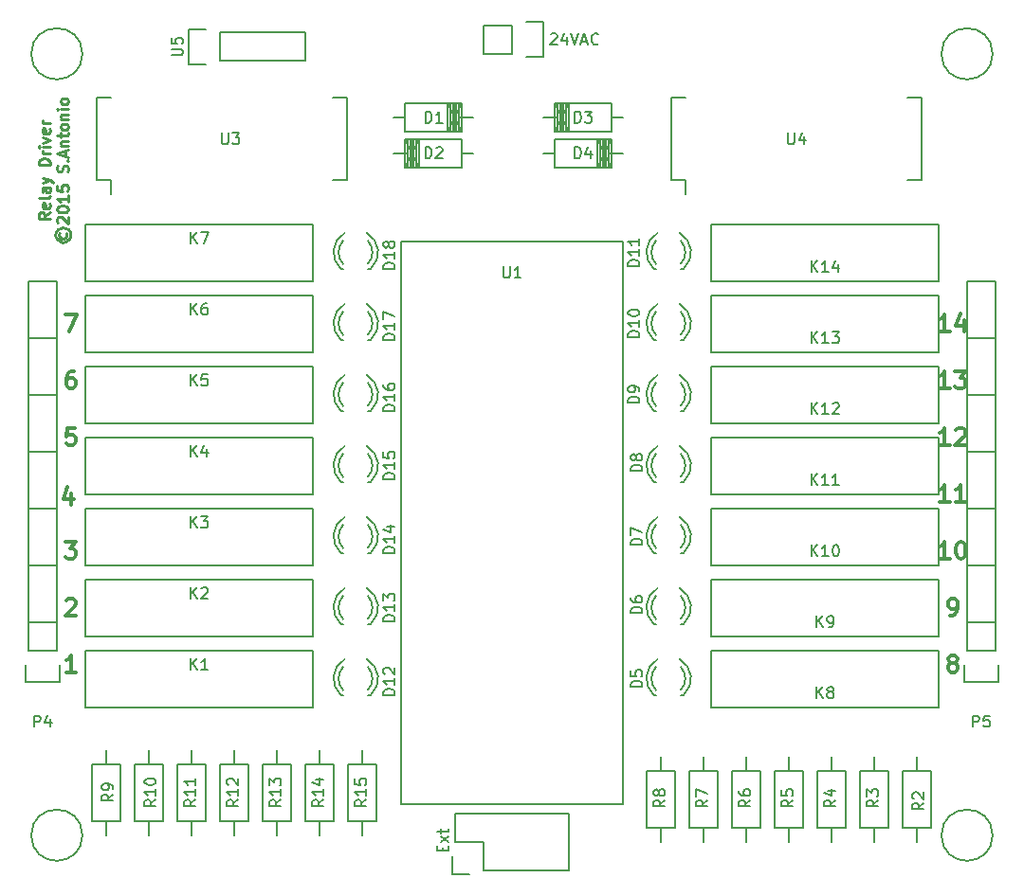
<source format=gbr>
G04 #@! TF.FileFunction,Legend,Top*
%FSLAX46Y46*%
G04 Gerber Fmt 4.6, Leading zero omitted, Abs format (unit mm)*
G04 Created by KiCad (PCBNEW (2015-10-05 BZR 6247)-product) date Sun 11 Oct 2015 07:31:11 PM AWST*
%MOMM*%
G01*
G04 APERTURE LIST*
%ADD10C,0.100000*%
%ADD11C,0.250000*%
%ADD12C,0.200000*%
%ADD13C,0.300000*%
%ADD14C,0.150000*%
G04 APERTURE END LIST*
D10*
D11*
X147963381Y-92915905D02*
X147487190Y-93249239D01*
X147963381Y-93487334D02*
X146963381Y-93487334D01*
X146963381Y-93106381D01*
X147011000Y-93011143D01*
X147058619Y-92963524D01*
X147153857Y-92915905D01*
X147296714Y-92915905D01*
X147391952Y-92963524D01*
X147439571Y-93011143D01*
X147487190Y-93106381D01*
X147487190Y-93487334D01*
X147915762Y-92106381D02*
X147963381Y-92201619D01*
X147963381Y-92392096D01*
X147915762Y-92487334D01*
X147820524Y-92534953D01*
X147439571Y-92534953D01*
X147344333Y-92487334D01*
X147296714Y-92392096D01*
X147296714Y-92201619D01*
X147344333Y-92106381D01*
X147439571Y-92058762D01*
X147534810Y-92058762D01*
X147630048Y-92534953D01*
X147963381Y-91487334D02*
X147915762Y-91582572D01*
X147820524Y-91630191D01*
X146963381Y-91630191D01*
X147963381Y-90677809D02*
X147439571Y-90677809D01*
X147344333Y-90725428D01*
X147296714Y-90820666D01*
X147296714Y-91011143D01*
X147344333Y-91106381D01*
X147915762Y-90677809D02*
X147963381Y-90773047D01*
X147963381Y-91011143D01*
X147915762Y-91106381D01*
X147820524Y-91154000D01*
X147725286Y-91154000D01*
X147630048Y-91106381D01*
X147582429Y-91011143D01*
X147582429Y-90773047D01*
X147534810Y-90677809D01*
X147296714Y-90296857D02*
X147963381Y-90058762D01*
X147296714Y-89820666D02*
X147963381Y-90058762D01*
X148201476Y-90154000D01*
X148249095Y-90201619D01*
X148296714Y-90296857D01*
X147963381Y-88677809D02*
X146963381Y-88677809D01*
X146963381Y-88439714D01*
X147011000Y-88296856D01*
X147106238Y-88201618D01*
X147201476Y-88153999D01*
X147391952Y-88106380D01*
X147534810Y-88106380D01*
X147725286Y-88153999D01*
X147820524Y-88201618D01*
X147915762Y-88296856D01*
X147963381Y-88439714D01*
X147963381Y-88677809D01*
X147963381Y-87677809D02*
X147296714Y-87677809D01*
X147487190Y-87677809D02*
X147391952Y-87630190D01*
X147344333Y-87582571D01*
X147296714Y-87487333D01*
X147296714Y-87392094D01*
X147963381Y-87058761D02*
X147296714Y-87058761D01*
X146963381Y-87058761D02*
X147011000Y-87106380D01*
X147058619Y-87058761D01*
X147011000Y-87011142D01*
X146963381Y-87058761D01*
X147058619Y-87058761D01*
X147296714Y-86677809D02*
X147963381Y-86439714D01*
X147296714Y-86201618D01*
X147915762Y-85439713D02*
X147963381Y-85534951D01*
X147963381Y-85725428D01*
X147915762Y-85820666D01*
X147820524Y-85868285D01*
X147439571Y-85868285D01*
X147344333Y-85820666D01*
X147296714Y-85725428D01*
X147296714Y-85534951D01*
X147344333Y-85439713D01*
X147439571Y-85392094D01*
X147534810Y-85392094D01*
X147630048Y-85868285D01*
X147963381Y-84963523D02*
X147296714Y-84963523D01*
X147487190Y-84963523D02*
X147391952Y-84915904D01*
X147344333Y-84868285D01*
X147296714Y-84773047D01*
X147296714Y-84677808D01*
X148851476Y-94725429D02*
X148803857Y-94820667D01*
X148803857Y-95011143D01*
X148851476Y-95106381D01*
X148946714Y-95201619D01*
X149041952Y-95249238D01*
X149232429Y-95249238D01*
X149327667Y-95201619D01*
X149422905Y-95106381D01*
X149470524Y-95011143D01*
X149470524Y-94820667D01*
X149422905Y-94725429D01*
X148470524Y-94915905D02*
X148518143Y-95154000D01*
X148661000Y-95392096D01*
X148899095Y-95534953D01*
X149137190Y-95582572D01*
X149375286Y-95534953D01*
X149613381Y-95392096D01*
X149756238Y-95154000D01*
X149803857Y-94915905D01*
X149756238Y-94677810D01*
X149613381Y-94439715D01*
X149375286Y-94296858D01*
X149137190Y-94249238D01*
X148899095Y-94296858D01*
X148661000Y-94439715D01*
X148518143Y-94677810D01*
X148470524Y-94915905D01*
X148708619Y-93868286D02*
X148661000Y-93820667D01*
X148613381Y-93725429D01*
X148613381Y-93487333D01*
X148661000Y-93392095D01*
X148708619Y-93344476D01*
X148803857Y-93296857D01*
X148899095Y-93296857D01*
X149041952Y-93344476D01*
X149613381Y-93915905D01*
X149613381Y-93296857D01*
X148613381Y-92677810D02*
X148613381Y-92582571D01*
X148661000Y-92487333D01*
X148708619Y-92439714D01*
X148803857Y-92392095D01*
X148994333Y-92344476D01*
X149232429Y-92344476D01*
X149422905Y-92392095D01*
X149518143Y-92439714D01*
X149565762Y-92487333D01*
X149613381Y-92582571D01*
X149613381Y-92677810D01*
X149565762Y-92773048D01*
X149518143Y-92820667D01*
X149422905Y-92868286D01*
X149232429Y-92915905D01*
X148994333Y-92915905D01*
X148803857Y-92868286D01*
X148708619Y-92820667D01*
X148661000Y-92773048D01*
X148613381Y-92677810D01*
X149613381Y-91392095D02*
X149613381Y-91963524D01*
X149613381Y-91677810D02*
X148613381Y-91677810D01*
X148756238Y-91773048D01*
X148851476Y-91868286D01*
X148899095Y-91963524D01*
X148613381Y-90487333D02*
X148613381Y-90963524D01*
X149089571Y-91011143D01*
X149041952Y-90963524D01*
X148994333Y-90868286D01*
X148994333Y-90630190D01*
X149041952Y-90534952D01*
X149089571Y-90487333D01*
X149184810Y-90439714D01*
X149422905Y-90439714D01*
X149518143Y-90487333D01*
X149565762Y-90534952D01*
X149613381Y-90630190D01*
X149613381Y-90868286D01*
X149565762Y-90963524D01*
X149518143Y-91011143D01*
X149565762Y-89296857D02*
X149613381Y-89154000D01*
X149613381Y-88915904D01*
X149565762Y-88820666D01*
X149518143Y-88773047D01*
X149422905Y-88725428D01*
X149327667Y-88725428D01*
X149232429Y-88773047D01*
X149184810Y-88820666D01*
X149137190Y-88915904D01*
X149089571Y-89106381D01*
X149041952Y-89201619D01*
X148994333Y-89249238D01*
X148899095Y-89296857D01*
X148803857Y-89296857D01*
X148708619Y-89249238D01*
X148661000Y-89201619D01*
X148613381Y-89106381D01*
X148613381Y-88868285D01*
X148661000Y-88725428D01*
X149518143Y-88296857D02*
X149565762Y-88249238D01*
X149613381Y-88296857D01*
X149565762Y-88344476D01*
X149518143Y-88296857D01*
X149613381Y-88296857D01*
X149327667Y-87868286D02*
X149327667Y-87392095D01*
X149613381Y-87963524D02*
X148613381Y-87630191D01*
X149613381Y-87296857D01*
X148946714Y-86963524D02*
X149613381Y-86963524D01*
X149041952Y-86963524D02*
X148994333Y-86915905D01*
X148946714Y-86820667D01*
X148946714Y-86677809D01*
X148994333Y-86582571D01*
X149089571Y-86534952D01*
X149613381Y-86534952D01*
X148946714Y-86201619D02*
X148946714Y-85820667D01*
X148613381Y-86058762D02*
X149470524Y-86058762D01*
X149565762Y-86011143D01*
X149613381Y-85915905D01*
X149613381Y-85820667D01*
X149613381Y-85344476D02*
X149565762Y-85439714D01*
X149518143Y-85487333D01*
X149422905Y-85534952D01*
X149137190Y-85534952D01*
X149041952Y-85487333D01*
X148994333Y-85439714D01*
X148946714Y-85344476D01*
X148946714Y-85201618D01*
X148994333Y-85106380D01*
X149041952Y-85058761D01*
X149137190Y-85011142D01*
X149422905Y-85011142D01*
X149518143Y-85058761D01*
X149565762Y-85106380D01*
X149613381Y-85201618D01*
X149613381Y-85344476D01*
X148946714Y-84582571D02*
X149613381Y-84582571D01*
X149041952Y-84582571D02*
X148994333Y-84534952D01*
X148946714Y-84439714D01*
X148946714Y-84296856D01*
X148994333Y-84201618D01*
X149089571Y-84153999D01*
X149613381Y-84153999D01*
X149613381Y-83677809D02*
X148946714Y-83677809D01*
X148613381Y-83677809D02*
X148661000Y-83725428D01*
X148708619Y-83677809D01*
X148661000Y-83630190D01*
X148613381Y-83677809D01*
X148708619Y-83677809D01*
X149613381Y-83058762D02*
X149565762Y-83154000D01*
X149518143Y-83201619D01*
X149422905Y-83249238D01*
X149137190Y-83249238D01*
X149041952Y-83201619D01*
X148994333Y-83154000D01*
X148946714Y-83058762D01*
X148946714Y-82915904D01*
X148994333Y-82820666D01*
X149041952Y-82773047D01*
X149137190Y-82725428D01*
X149422905Y-82725428D01*
X149518143Y-82773047D01*
X149565762Y-82820666D01*
X149613381Y-82915904D01*
X149613381Y-83058762D01*
D12*
X146050000Y-104140000D02*
X148590000Y-104140000D01*
X146050000Y-109220000D02*
X148590000Y-109220000D01*
X146050000Y-114300000D02*
X148590000Y-114300000D01*
X146050000Y-119380000D02*
X148590000Y-119380000D01*
X146050000Y-124460000D02*
X148590000Y-124460000D01*
X146050000Y-129540000D02*
X148590000Y-129540000D01*
X232410000Y-129540000D02*
X229870000Y-129540000D01*
X232410000Y-124460000D02*
X232410000Y-124714000D01*
X229870000Y-124460000D02*
X232410000Y-124460000D01*
X229870000Y-119380000D02*
X232410000Y-119380000D01*
X229870000Y-114300000D02*
X232410000Y-114300000D01*
X229870000Y-109220000D02*
X232410000Y-109220000D01*
X229870000Y-104140000D02*
X232410000Y-104140000D01*
D13*
X228314286Y-103548571D02*
X227457143Y-103548571D01*
X227885715Y-103548571D02*
X227885715Y-102048571D01*
X227742858Y-102262857D01*
X227600000Y-102405714D01*
X227457143Y-102477143D01*
X229600000Y-102548571D02*
X229600000Y-103548571D01*
X229242857Y-101977143D02*
X228885714Y-103048571D01*
X229814286Y-103048571D01*
X228314286Y-108628571D02*
X227457143Y-108628571D01*
X227885715Y-108628571D02*
X227885715Y-107128571D01*
X227742858Y-107342857D01*
X227600000Y-107485714D01*
X227457143Y-107557143D01*
X228814286Y-107128571D02*
X229742857Y-107128571D01*
X229242857Y-107700000D01*
X229457143Y-107700000D01*
X229600000Y-107771429D01*
X229671429Y-107842857D01*
X229742857Y-107985714D01*
X229742857Y-108342857D01*
X229671429Y-108485714D01*
X229600000Y-108557143D01*
X229457143Y-108628571D01*
X229028571Y-108628571D01*
X228885714Y-108557143D01*
X228814286Y-108485714D01*
X228314286Y-113708571D02*
X227457143Y-113708571D01*
X227885715Y-113708571D02*
X227885715Y-112208571D01*
X227742858Y-112422857D01*
X227600000Y-112565714D01*
X227457143Y-112637143D01*
X228885714Y-112351429D02*
X228957143Y-112280000D01*
X229100000Y-112208571D01*
X229457143Y-112208571D01*
X229600000Y-112280000D01*
X229671429Y-112351429D01*
X229742857Y-112494286D01*
X229742857Y-112637143D01*
X229671429Y-112851429D01*
X228814286Y-113708571D01*
X229742857Y-113708571D01*
X228314286Y-118788571D02*
X227457143Y-118788571D01*
X227885715Y-118788571D02*
X227885715Y-117288571D01*
X227742858Y-117502857D01*
X227600000Y-117645714D01*
X227457143Y-117717143D01*
X229742857Y-118788571D02*
X228885714Y-118788571D01*
X229314286Y-118788571D02*
X229314286Y-117288571D01*
X229171429Y-117502857D01*
X229028571Y-117645714D01*
X228885714Y-117717143D01*
X228314286Y-123868571D02*
X227457143Y-123868571D01*
X227885715Y-123868571D02*
X227885715Y-122368571D01*
X227742858Y-122582857D01*
X227600000Y-122725714D01*
X227457143Y-122797143D01*
X229242857Y-122368571D02*
X229385714Y-122368571D01*
X229528571Y-122440000D01*
X229600000Y-122511429D01*
X229671429Y-122654286D01*
X229742857Y-122940000D01*
X229742857Y-123297143D01*
X229671429Y-123582857D01*
X229600000Y-123725714D01*
X229528571Y-123797143D01*
X229385714Y-123868571D01*
X229242857Y-123868571D01*
X229100000Y-123797143D01*
X229028571Y-123725714D01*
X228957143Y-123582857D01*
X228885714Y-123297143D01*
X228885714Y-122940000D01*
X228957143Y-122654286D01*
X229028571Y-122511429D01*
X229100000Y-122440000D01*
X229242857Y-122368571D01*
X228314286Y-128948571D02*
X228600001Y-128948571D01*
X228742858Y-128877143D01*
X228814286Y-128805714D01*
X228957144Y-128591429D01*
X229028572Y-128305714D01*
X229028572Y-127734286D01*
X228957144Y-127591429D01*
X228885715Y-127520000D01*
X228742858Y-127448571D01*
X228457144Y-127448571D01*
X228314286Y-127520000D01*
X228242858Y-127591429D01*
X228171429Y-127734286D01*
X228171429Y-128091429D01*
X228242858Y-128234286D01*
X228314286Y-128305714D01*
X228457144Y-128377143D01*
X228742858Y-128377143D01*
X228885715Y-128305714D01*
X228957144Y-128234286D01*
X229028572Y-128091429D01*
X228457144Y-133171429D02*
X228314286Y-133100000D01*
X228242858Y-133028571D01*
X228171429Y-132885714D01*
X228171429Y-132814286D01*
X228242858Y-132671429D01*
X228314286Y-132600000D01*
X228457144Y-132528571D01*
X228742858Y-132528571D01*
X228885715Y-132600000D01*
X228957144Y-132671429D01*
X229028572Y-132814286D01*
X229028572Y-132885714D01*
X228957144Y-133028571D01*
X228885715Y-133100000D01*
X228742858Y-133171429D01*
X228457144Y-133171429D01*
X228314286Y-133242857D01*
X228242858Y-133314286D01*
X228171429Y-133457143D01*
X228171429Y-133742857D01*
X228242858Y-133885714D01*
X228314286Y-133957143D01*
X228457144Y-134028571D01*
X228742858Y-134028571D01*
X228885715Y-133957143D01*
X228957144Y-133885714D01*
X229028572Y-133742857D01*
X229028572Y-133457143D01*
X228957144Y-133314286D01*
X228885715Y-133242857D01*
X228742858Y-133171429D01*
X149360001Y-102048571D02*
X150360001Y-102048571D01*
X149717144Y-103548571D01*
X150145715Y-107128571D02*
X149860001Y-107128571D01*
X149717144Y-107200000D01*
X149645715Y-107271429D01*
X149502858Y-107485714D01*
X149431429Y-107771429D01*
X149431429Y-108342857D01*
X149502858Y-108485714D01*
X149574286Y-108557143D01*
X149717144Y-108628571D01*
X150002858Y-108628571D01*
X150145715Y-108557143D01*
X150217144Y-108485714D01*
X150288572Y-108342857D01*
X150288572Y-107985714D01*
X150217144Y-107842857D01*
X150145715Y-107771429D01*
X150002858Y-107700000D01*
X149717144Y-107700000D01*
X149574286Y-107771429D01*
X149502858Y-107842857D01*
X149431429Y-107985714D01*
X150217144Y-112208571D02*
X149502858Y-112208571D01*
X149431429Y-112922857D01*
X149502858Y-112851429D01*
X149645715Y-112780000D01*
X150002858Y-112780000D01*
X150145715Y-112851429D01*
X150217144Y-112922857D01*
X150288572Y-113065714D01*
X150288572Y-113422857D01*
X150217144Y-113565714D01*
X150145715Y-113637143D01*
X150002858Y-113708571D01*
X149645715Y-113708571D01*
X149502858Y-113637143D01*
X149431429Y-113565714D01*
X149891715Y-118042571D02*
X149891715Y-119042571D01*
X149534572Y-117471143D02*
X149177429Y-118542571D01*
X150106001Y-118542571D01*
X149360001Y-122368571D02*
X150288572Y-122368571D01*
X149788572Y-122940000D01*
X150002858Y-122940000D01*
X150145715Y-123011429D01*
X150217144Y-123082857D01*
X150288572Y-123225714D01*
X150288572Y-123582857D01*
X150217144Y-123725714D01*
X150145715Y-123797143D01*
X150002858Y-123868571D01*
X149574286Y-123868571D01*
X149431429Y-123797143D01*
X149360001Y-123725714D01*
X149431429Y-127591429D02*
X149502858Y-127520000D01*
X149645715Y-127448571D01*
X150002858Y-127448571D01*
X150145715Y-127520000D01*
X150217144Y-127591429D01*
X150288572Y-127734286D01*
X150288572Y-127877143D01*
X150217144Y-128091429D01*
X149360001Y-128948571D01*
X150288572Y-128948571D01*
X150288572Y-134028571D02*
X149431429Y-134028571D01*
X149860001Y-134028571D02*
X149860001Y-132528571D01*
X149717144Y-132742857D01*
X149574286Y-132885714D01*
X149431429Y-132957143D01*
D14*
X150876000Y-78740000D02*
G75*
G03X150876000Y-78740000I-2286000J0D01*
G01*
X150876000Y-148590000D02*
G75*
G03X150876000Y-148590000I-2286000J0D01*
G01*
X232156000Y-148590000D02*
G75*
G03X232156000Y-148590000I-2286000J0D01*
G01*
X199136000Y-95504000D02*
X179324000Y-95504000D01*
X179324000Y-95504000D02*
X179324000Y-145796000D01*
X179324000Y-145796000D02*
X199136000Y-145796000D01*
X199136000Y-145796000D02*
X199136000Y-95504000D01*
X179705000Y-84457540D02*
X178689000Y-84457540D01*
X184531000Y-84457540D02*
X185801000Y-84457540D01*
X184277000Y-85727540D02*
X184277000Y-83187540D01*
X184023000Y-85727540D02*
X184023000Y-83187540D01*
X183769000Y-85727540D02*
X183769000Y-83187540D01*
X184531000Y-85727540D02*
X184531000Y-83187540D01*
X183515000Y-85727540D02*
X184785000Y-83187540D01*
X184785000Y-85727540D02*
X183515000Y-83187540D01*
X183515000Y-85727540D02*
X183515000Y-83187540D01*
X184150000Y-85727540D02*
X184150000Y-83187540D01*
X184785000Y-83187540D02*
X184785000Y-85727540D01*
X184785000Y-85727540D02*
X179705000Y-85727540D01*
X179705000Y-85727540D02*
X179705000Y-83187540D01*
X179705000Y-83187540D02*
X184785000Y-83187540D01*
X184785000Y-87627460D02*
X185801000Y-87627460D01*
X179959000Y-87627460D02*
X178689000Y-87627460D01*
X180213000Y-86357460D02*
X180213000Y-88897460D01*
X180467000Y-86357460D02*
X180467000Y-88897460D01*
X180721000Y-86357460D02*
X180721000Y-88897460D01*
X179959000Y-86357460D02*
X179959000Y-88897460D01*
X180975000Y-86357460D02*
X179705000Y-88897460D01*
X179705000Y-86357460D02*
X180975000Y-88897460D01*
X180975000Y-86357460D02*
X180975000Y-88897460D01*
X180340000Y-86357460D02*
X180340000Y-88897460D01*
X179705000Y-88897460D02*
X179705000Y-86357460D01*
X179705000Y-86357460D02*
X184785000Y-86357460D01*
X184785000Y-86357460D02*
X184785000Y-88897460D01*
X184785000Y-88897460D02*
X179705000Y-88897460D01*
X198120000Y-84452460D02*
X199136000Y-84452460D01*
X193294000Y-84452460D02*
X192024000Y-84452460D01*
X193548000Y-83182460D02*
X193548000Y-85722460D01*
X193802000Y-83182460D02*
X193802000Y-85722460D01*
X194056000Y-83182460D02*
X194056000Y-85722460D01*
X193294000Y-83182460D02*
X193294000Y-85722460D01*
X194310000Y-83182460D02*
X193040000Y-85722460D01*
X193040000Y-83182460D02*
X194310000Y-85722460D01*
X194310000Y-83182460D02*
X194310000Y-85722460D01*
X193675000Y-83182460D02*
X193675000Y-85722460D01*
X193040000Y-85722460D02*
X193040000Y-83182460D01*
X193040000Y-83182460D02*
X198120000Y-83182460D01*
X198120000Y-83182460D02*
X198120000Y-85722460D01*
X198120000Y-85722460D02*
X193040000Y-85722460D01*
X193040000Y-87632540D02*
X192024000Y-87632540D01*
X197866000Y-87632540D02*
X199136000Y-87632540D01*
X197612000Y-88902540D02*
X197612000Y-86362540D01*
X197358000Y-88902540D02*
X197358000Y-86362540D01*
X197104000Y-88902540D02*
X197104000Y-86362540D01*
X197866000Y-88902540D02*
X197866000Y-86362540D01*
X196850000Y-88902540D02*
X198120000Y-86362540D01*
X198120000Y-88902540D02*
X196850000Y-86362540D01*
X196850000Y-88902540D02*
X196850000Y-86362540D01*
X197485000Y-88902540D02*
X197485000Y-86362540D01*
X198120000Y-86362540D02*
X198120000Y-88902540D01*
X198120000Y-88902540D02*
X193040000Y-88902540D01*
X193040000Y-88902540D02*
X193040000Y-86362540D01*
X193040000Y-86362540D02*
X198120000Y-86362540D01*
X204514000Y-136089000D02*
X204314000Y-136089000D01*
X201920000Y-136089000D02*
X202100000Y-136089000D01*
X202230357Y-132861256D02*
G75*
G03X201914000Y-136089000I1003643J-1727744D01*
G01*
X202100932Y-133536994D02*
G75*
G03X202100000Y-135640000I1133068J-1052006D01*
G01*
X204540726Y-136076220D02*
G75*
G03X204194000Y-132839000I-1306726J1497220D01*
G01*
X204313253Y-135602889D02*
G75*
G03X204294000Y-133555000I-1079253J1013889D01*
G01*
X204514000Y-129739000D02*
X204314000Y-129739000D01*
X201920000Y-129739000D02*
X202100000Y-129739000D01*
X202230357Y-126511256D02*
G75*
G03X201914000Y-129739000I1003643J-1727744D01*
G01*
X202100932Y-127186994D02*
G75*
G03X202100000Y-129290000I1133068J-1052006D01*
G01*
X204540726Y-129726220D02*
G75*
G03X204194000Y-126489000I-1306726J1497220D01*
G01*
X204313253Y-129252889D02*
G75*
G03X204294000Y-127205000I-1079253J1013889D01*
G01*
X204514000Y-123389000D02*
X204314000Y-123389000D01*
X201920000Y-123389000D02*
X202100000Y-123389000D01*
X202230357Y-120161256D02*
G75*
G03X201914000Y-123389000I1003643J-1727744D01*
G01*
X202100932Y-120836994D02*
G75*
G03X202100000Y-122940000I1133068J-1052006D01*
G01*
X204540726Y-123376220D02*
G75*
G03X204194000Y-120139000I-1306726J1497220D01*
G01*
X204313253Y-122902889D02*
G75*
G03X204294000Y-120855000I-1079253J1013889D01*
G01*
X204514000Y-117039000D02*
X204314000Y-117039000D01*
X201920000Y-117039000D02*
X202100000Y-117039000D01*
X202230357Y-113811256D02*
G75*
G03X201914000Y-117039000I1003643J-1727744D01*
G01*
X202100932Y-114486994D02*
G75*
G03X202100000Y-116590000I1133068J-1052006D01*
G01*
X204540726Y-117026220D02*
G75*
G03X204194000Y-113789000I-1306726J1497220D01*
G01*
X204313253Y-116552889D02*
G75*
G03X204294000Y-114505000I-1079253J1013889D01*
G01*
X204514000Y-110689000D02*
X204314000Y-110689000D01*
X201920000Y-110689000D02*
X202100000Y-110689000D01*
X202230357Y-107461256D02*
G75*
G03X201914000Y-110689000I1003643J-1727744D01*
G01*
X202100932Y-108136994D02*
G75*
G03X202100000Y-110240000I1133068J-1052006D01*
G01*
X204540726Y-110676220D02*
G75*
G03X204194000Y-107439000I-1306726J1497220D01*
G01*
X204313253Y-110202889D02*
G75*
G03X204294000Y-108155000I-1079253J1013889D01*
G01*
X204514000Y-104339000D02*
X204314000Y-104339000D01*
X201920000Y-104339000D02*
X202100000Y-104339000D01*
X202230357Y-101111256D02*
G75*
G03X201914000Y-104339000I1003643J-1727744D01*
G01*
X202100932Y-101786994D02*
G75*
G03X202100000Y-103890000I1133068J-1052006D01*
G01*
X204540726Y-104326220D02*
G75*
G03X204194000Y-101089000I-1306726J1497220D01*
G01*
X204313253Y-103852889D02*
G75*
G03X204294000Y-101805000I-1079253J1013889D01*
G01*
X204514000Y-97989000D02*
X204314000Y-97989000D01*
X201920000Y-97989000D02*
X202100000Y-97989000D01*
X202230357Y-94761256D02*
G75*
G03X201914000Y-97989000I1003643J-1727744D01*
G01*
X202100932Y-95436994D02*
G75*
G03X202100000Y-97540000I1133068J-1052006D01*
G01*
X204540726Y-97976220D02*
G75*
G03X204194000Y-94739000I-1306726J1497220D01*
G01*
X204313253Y-97502889D02*
G75*
G03X204294000Y-95455000I-1079253J1013889D01*
G01*
X176574000Y-136089000D02*
X176374000Y-136089000D01*
X173980000Y-136089000D02*
X174160000Y-136089000D01*
X174290357Y-132861256D02*
G75*
G03X173974000Y-136089000I1003643J-1727744D01*
G01*
X174160932Y-133536994D02*
G75*
G03X174160000Y-135640000I1133068J-1052006D01*
G01*
X176600726Y-136076220D02*
G75*
G03X176254000Y-132839000I-1306726J1497220D01*
G01*
X176373253Y-135602889D02*
G75*
G03X176354000Y-133555000I-1079253J1013889D01*
G01*
X176574000Y-129739000D02*
X176374000Y-129739000D01*
X173980000Y-129739000D02*
X174160000Y-129739000D01*
X174290357Y-126511256D02*
G75*
G03X173974000Y-129739000I1003643J-1727744D01*
G01*
X174160932Y-127186994D02*
G75*
G03X174160000Y-129290000I1133068J-1052006D01*
G01*
X176600726Y-129726220D02*
G75*
G03X176254000Y-126489000I-1306726J1497220D01*
G01*
X176373253Y-129252889D02*
G75*
G03X176354000Y-127205000I-1079253J1013889D01*
G01*
X176574000Y-123389000D02*
X176374000Y-123389000D01*
X173980000Y-123389000D02*
X174160000Y-123389000D01*
X174290357Y-120161256D02*
G75*
G03X173974000Y-123389000I1003643J-1727744D01*
G01*
X174160932Y-120836994D02*
G75*
G03X174160000Y-122940000I1133068J-1052006D01*
G01*
X176600726Y-123376220D02*
G75*
G03X176254000Y-120139000I-1306726J1497220D01*
G01*
X176373253Y-122902889D02*
G75*
G03X176354000Y-120855000I-1079253J1013889D01*
G01*
X176574000Y-117039000D02*
X176374000Y-117039000D01*
X173980000Y-117039000D02*
X174160000Y-117039000D01*
X174290357Y-113811256D02*
G75*
G03X173974000Y-117039000I1003643J-1727744D01*
G01*
X174160932Y-114486994D02*
G75*
G03X174160000Y-116590000I1133068J-1052006D01*
G01*
X176600726Y-117026220D02*
G75*
G03X176254000Y-113789000I-1306726J1497220D01*
G01*
X176373253Y-116552889D02*
G75*
G03X176354000Y-114505000I-1079253J1013889D01*
G01*
X176574000Y-110689000D02*
X176374000Y-110689000D01*
X173980000Y-110689000D02*
X174160000Y-110689000D01*
X174290357Y-107461256D02*
G75*
G03X173974000Y-110689000I1003643J-1727744D01*
G01*
X174160932Y-108136994D02*
G75*
G03X174160000Y-110240000I1133068J-1052006D01*
G01*
X176600726Y-110676220D02*
G75*
G03X176254000Y-107439000I-1306726J1497220D01*
G01*
X176373253Y-110202889D02*
G75*
G03X176354000Y-108155000I-1079253J1013889D01*
G01*
X176574000Y-104339000D02*
X176374000Y-104339000D01*
X173980000Y-104339000D02*
X174160000Y-104339000D01*
X174290357Y-101111256D02*
G75*
G03X173974000Y-104339000I1003643J-1727744D01*
G01*
X174160932Y-101786994D02*
G75*
G03X174160000Y-103890000I1133068J-1052006D01*
G01*
X176600726Y-104326220D02*
G75*
G03X176254000Y-101089000I-1306726J1497220D01*
G01*
X176373253Y-103852889D02*
G75*
G03X176354000Y-101805000I-1079253J1013889D01*
G01*
X176574000Y-97989000D02*
X176374000Y-97989000D01*
X173980000Y-97989000D02*
X174160000Y-97989000D01*
X174290357Y-94761256D02*
G75*
G03X173974000Y-97989000I1003643J-1727744D01*
G01*
X174160932Y-95436994D02*
G75*
G03X174160000Y-97540000I1133068J-1052006D01*
G01*
X176600726Y-97976220D02*
G75*
G03X176254000Y-94739000I-1306726J1497220D01*
G01*
X176373253Y-97502889D02*
G75*
G03X176354000Y-95455000I-1079253J1013889D01*
G01*
X189230000Y-78740000D02*
X186690000Y-78740000D01*
X192050000Y-79020000D02*
X190500000Y-79020000D01*
X189230000Y-78740000D02*
X189230000Y-76200000D01*
X190500000Y-75920000D02*
X192050000Y-75920000D01*
X192050000Y-75920000D02*
X192050000Y-79020000D01*
X189230000Y-76200000D02*
X186690000Y-76200000D01*
X186690000Y-76200000D02*
X186690000Y-78740000D01*
X186690000Y-151765000D02*
X194310000Y-151765000D01*
X194310000Y-151765000D02*
X194310000Y-146685000D01*
X194310000Y-146685000D02*
X184150000Y-146685000D01*
X184150000Y-146685000D02*
X184150000Y-149225000D01*
X183870000Y-150495000D02*
X183870000Y-152045000D01*
X184150000Y-149225000D02*
X186690000Y-149225000D01*
X186690000Y-149225000D02*
X186690000Y-151765000D01*
X183870000Y-152045000D02*
X185420000Y-152045000D01*
X163195000Y-79375000D02*
X170815000Y-79375000D01*
X163195000Y-76835000D02*
X170815000Y-76835000D01*
X160375000Y-76555000D02*
X161925000Y-76555000D01*
X170815000Y-79375000D02*
X170815000Y-76835000D01*
X163195000Y-76835000D02*
X163195000Y-79375000D01*
X161925000Y-79655000D02*
X160375000Y-79655000D01*
X160375000Y-79655000D02*
X160375000Y-76555000D01*
X148590000Y-132080000D02*
X148590000Y-99060000D01*
X148590000Y-99060000D02*
X146050000Y-99060000D01*
X146050000Y-99060000D02*
X146050000Y-132080000D01*
X145770000Y-134900000D02*
X145770000Y-133350000D01*
X146050000Y-132080000D02*
X148590000Y-132080000D01*
X148870000Y-133350000D02*
X148870000Y-134900000D01*
X148870000Y-134900000D02*
X145770000Y-134900000D01*
X232410000Y-132080000D02*
X232410000Y-99060000D01*
X232410000Y-99060000D02*
X229870000Y-99060000D01*
X229870000Y-99060000D02*
X229870000Y-132080000D01*
X229590000Y-134900000D02*
X229590000Y-133350000D01*
X229870000Y-132080000D02*
X232410000Y-132080000D01*
X232690000Y-133350000D02*
X232690000Y-134900000D01*
X232690000Y-134900000D02*
X229590000Y-134900000D01*
X226695000Y-142875000D02*
X226695000Y-147955000D01*
X226695000Y-147955000D02*
X224155000Y-147955000D01*
X224155000Y-147955000D02*
X224155000Y-142875000D01*
X224155000Y-142875000D02*
X226695000Y-142875000D01*
X225425000Y-142875000D02*
X225425000Y-141605000D01*
X225425000Y-147955000D02*
X225425000Y-149225000D01*
X222885000Y-142875000D02*
X222885000Y-147955000D01*
X222885000Y-147955000D02*
X220345000Y-147955000D01*
X220345000Y-147955000D02*
X220345000Y-142875000D01*
X220345000Y-142875000D02*
X222885000Y-142875000D01*
X221615000Y-142875000D02*
X221615000Y-141605000D01*
X221615000Y-147955000D02*
X221615000Y-149225000D01*
X219075000Y-142875000D02*
X219075000Y-147955000D01*
X219075000Y-147955000D02*
X216535000Y-147955000D01*
X216535000Y-147955000D02*
X216535000Y-142875000D01*
X216535000Y-142875000D02*
X219075000Y-142875000D01*
X217805000Y-142875000D02*
X217805000Y-141605000D01*
X217805000Y-147955000D02*
X217805000Y-149225000D01*
X215265000Y-142875000D02*
X215265000Y-147955000D01*
X215265000Y-147955000D02*
X212725000Y-147955000D01*
X212725000Y-147955000D02*
X212725000Y-142875000D01*
X212725000Y-142875000D02*
X215265000Y-142875000D01*
X213995000Y-142875000D02*
X213995000Y-141605000D01*
X213995000Y-147955000D02*
X213995000Y-149225000D01*
X211455000Y-142875000D02*
X211455000Y-147955000D01*
X211455000Y-147955000D02*
X208915000Y-147955000D01*
X208915000Y-147955000D02*
X208915000Y-142875000D01*
X208915000Y-142875000D02*
X211455000Y-142875000D01*
X210185000Y-142875000D02*
X210185000Y-141605000D01*
X210185000Y-147955000D02*
X210185000Y-149225000D01*
X207645000Y-142875000D02*
X207645000Y-147955000D01*
X207645000Y-147955000D02*
X205105000Y-147955000D01*
X205105000Y-147955000D02*
X205105000Y-142875000D01*
X205105000Y-142875000D02*
X207645000Y-142875000D01*
X206375000Y-142875000D02*
X206375000Y-141605000D01*
X206375000Y-147955000D02*
X206375000Y-149225000D01*
X203835000Y-142875000D02*
X203835000Y-147955000D01*
X203835000Y-147955000D02*
X201295000Y-147955000D01*
X201295000Y-147955000D02*
X201295000Y-142875000D01*
X201295000Y-142875000D02*
X203835000Y-142875000D01*
X202565000Y-142875000D02*
X202565000Y-141605000D01*
X202565000Y-147955000D02*
X202565000Y-149225000D01*
X154305000Y-142240000D02*
X154305000Y-147320000D01*
X154305000Y-147320000D02*
X151765000Y-147320000D01*
X151765000Y-147320000D02*
X151765000Y-142240000D01*
X151765000Y-142240000D02*
X154305000Y-142240000D01*
X153035000Y-142240000D02*
X153035000Y-140970000D01*
X153035000Y-147320000D02*
X153035000Y-148590000D01*
X158115000Y-142240000D02*
X158115000Y-147320000D01*
X158115000Y-147320000D02*
X155575000Y-147320000D01*
X155575000Y-147320000D02*
X155575000Y-142240000D01*
X155575000Y-142240000D02*
X158115000Y-142240000D01*
X156845000Y-142240000D02*
X156845000Y-140970000D01*
X156845000Y-147320000D02*
X156845000Y-148590000D01*
X161925000Y-142240000D02*
X161925000Y-147320000D01*
X161925000Y-147320000D02*
X159385000Y-147320000D01*
X159385000Y-147320000D02*
X159385000Y-142240000D01*
X159385000Y-142240000D02*
X161925000Y-142240000D01*
X160655000Y-142240000D02*
X160655000Y-140970000D01*
X160655000Y-147320000D02*
X160655000Y-148590000D01*
X165735000Y-142240000D02*
X165735000Y-147320000D01*
X165735000Y-147320000D02*
X163195000Y-147320000D01*
X163195000Y-147320000D02*
X163195000Y-142240000D01*
X163195000Y-142240000D02*
X165735000Y-142240000D01*
X164465000Y-142240000D02*
X164465000Y-140970000D01*
X164465000Y-147320000D02*
X164465000Y-148590000D01*
X169545000Y-142240000D02*
X169545000Y-147320000D01*
X169545000Y-147320000D02*
X167005000Y-147320000D01*
X167005000Y-147320000D02*
X167005000Y-142240000D01*
X167005000Y-142240000D02*
X169545000Y-142240000D01*
X168275000Y-142240000D02*
X168275000Y-140970000D01*
X168275000Y-147320000D02*
X168275000Y-148590000D01*
X173355000Y-142240000D02*
X173355000Y-147320000D01*
X173355000Y-147320000D02*
X170815000Y-147320000D01*
X170815000Y-147320000D02*
X170815000Y-142240000D01*
X170815000Y-142240000D02*
X173355000Y-142240000D01*
X172085000Y-142240000D02*
X172085000Y-140970000D01*
X172085000Y-147320000D02*
X172085000Y-148590000D01*
X177165000Y-142240000D02*
X177165000Y-147320000D01*
X177165000Y-147320000D02*
X174625000Y-147320000D01*
X174625000Y-147320000D02*
X174625000Y-142240000D01*
X174625000Y-142240000D02*
X177165000Y-142240000D01*
X175895000Y-142240000D02*
X175895000Y-140970000D01*
X175895000Y-147320000D02*
X175895000Y-148590000D01*
X152137000Y-90035000D02*
X153407000Y-90035000D01*
X152137000Y-82685000D02*
X153407000Y-82685000D01*
X174507000Y-82685000D02*
X173237000Y-82685000D01*
X174507000Y-90035000D02*
X173237000Y-90035000D01*
X152137000Y-90035000D02*
X152137000Y-82685000D01*
X174507000Y-90035000D02*
X174507000Y-82685000D01*
X153407000Y-90035000D02*
X153407000Y-91320000D01*
X203445000Y-90035000D02*
X204715000Y-90035000D01*
X203445000Y-82685000D02*
X204715000Y-82685000D01*
X225815000Y-82685000D02*
X224545000Y-82685000D01*
X225815000Y-90035000D02*
X224545000Y-90035000D01*
X203445000Y-90035000D02*
X203445000Y-82685000D01*
X225815000Y-90035000D02*
X225815000Y-82685000D01*
X204715000Y-90035000D02*
X204715000Y-91320000D01*
X227330000Y-106680000D02*
X227330000Y-111760000D01*
X227330000Y-111760000D02*
X207010000Y-111760000D01*
X207010000Y-111760000D02*
X207010000Y-106680000D01*
X207010000Y-106680000D02*
X227330000Y-106680000D01*
X151130000Y-105410000D02*
X151130000Y-100330000D01*
X151130000Y-100330000D02*
X171450000Y-100330000D01*
X171450000Y-100330000D02*
X171450000Y-105410000D01*
X171450000Y-105410000D02*
X151130000Y-105410000D01*
X151130000Y-99060000D02*
X151130000Y-93980000D01*
X151130000Y-93980000D02*
X171450000Y-93980000D01*
X171450000Y-93980000D02*
X171450000Y-99060000D01*
X171450000Y-99060000D02*
X151130000Y-99060000D01*
X227330000Y-132080000D02*
X227330000Y-137160000D01*
X227330000Y-137160000D02*
X207010000Y-137160000D01*
X207010000Y-137160000D02*
X207010000Y-132080000D01*
X207010000Y-132080000D02*
X227330000Y-132080000D01*
X227330000Y-100330000D02*
X227330000Y-105410000D01*
X227330000Y-105410000D02*
X207010000Y-105410000D01*
X207010000Y-105410000D02*
X207010000Y-100330000D01*
X207010000Y-100330000D02*
X227330000Y-100330000D01*
X227330000Y-125730000D02*
X227330000Y-130810000D01*
X227330000Y-130810000D02*
X207010000Y-130810000D01*
X207010000Y-130810000D02*
X207010000Y-125730000D01*
X207010000Y-125730000D02*
X227330000Y-125730000D01*
X227330000Y-119380000D02*
X227330000Y-124460000D01*
X227330000Y-124460000D02*
X207010000Y-124460000D01*
X207010000Y-124460000D02*
X207010000Y-119380000D01*
X207010000Y-119380000D02*
X227330000Y-119380000D01*
X227330000Y-113030000D02*
X227330000Y-118110000D01*
X227330000Y-118110000D02*
X207010000Y-118110000D01*
X207010000Y-118110000D02*
X207010000Y-113030000D01*
X207010000Y-113030000D02*
X227330000Y-113030000D01*
X151130000Y-137160000D02*
X151130000Y-132080000D01*
X151130000Y-132080000D02*
X171450000Y-132080000D01*
X171450000Y-132080000D02*
X171450000Y-137160000D01*
X171450000Y-137160000D02*
X151130000Y-137160000D01*
X151130000Y-130810000D02*
X151130000Y-125730000D01*
X151130000Y-125730000D02*
X171450000Y-125730000D01*
X171450000Y-125730000D02*
X171450000Y-130810000D01*
X171450000Y-130810000D02*
X151130000Y-130810000D01*
X151130000Y-124460000D02*
X151130000Y-119380000D01*
X151130000Y-119380000D02*
X171450000Y-119380000D01*
X171450000Y-119380000D02*
X171450000Y-124460000D01*
X171450000Y-124460000D02*
X151130000Y-124460000D01*
X151130000Y-118110000D02*
X151130000Y-113030000D01*
X151130000Y-113030000D02*
X171450000Y-113030000D01*
X171450000Y-113030000D02*
X171450000Y-118110000D01*
X171450000Y-118110000D02*
X151130000Y-118110000D01*
X151130000Y-111760000D02*
X151130000Y-106680000D01*
X151130000Y-106680000D02*
X171450000Y-106680000D01*
X171450000Y-106680000D02*
X171450000Y-111760000D01*
X171450000Y-111760000D02*
X151130000Y-111760000D01*
X227330000Y-93980000D02*
X227330000Y-99060000D01*
X227330000Y-99060000D02*
X207010000Y-99060000D01*
X207010000Y-99060000D02*
X207010000Y-93980000D01*
X207010000Y-93980000D02*
X227330000Y-93980000D01*
X232156000Y-78740000D02*
G75*
G03X232156000Y-78740000I-2286000J0D01*
G01*
X188468095Y-97750381D02*
X188468095Y-98559905D01*
X188515714Y-98655143D01*
X188563333Y-98702762D01*
X188658571Y-98750381D01*
X188849048Y-98750381D01*
X188944286Y-98702762D01*
X188991905Y-98655143D01*
X189039524Y-98559905D01*
X189039524Y-97750381D01*
X190039524Y-98750381D02*
X189468095Y-98750381D01*
X189753809Y-98750381D02*
X189753809Y-97750381D01*
X189658571Y-97893238D01*
X189563333Y-97988476D01*
X189468095Y-98036095D01*
X181506905Y-84907381D02*
X181506905Y-83907381D01*
X181745000Y-83907381D01*
X181887858Y-83955000D01*
X181983096Y-84050238D01*
X182030715Y-84145476D01*
X182078334Y-84335952D01*
X182078334Y-84478810D01*
X182030715Y-84669286D01*
X181983096Y-84764524D01*
X181887858Y-84859762D01*
X181745000Y-84907381D01*
X181506905Y-84907381D01*
X183030715Y-84907381D02*
X182459286Y-84907381D01*
X182745000Y-84907381D02*
X182745000Y-83907381D01*
X182649762Y-84050238D01*
X182554524Y-84145476D01*
X182459286Y-84193095D01*
X181506905Y-88082381D02*
X181506905Y-87082381D01*
X181745000Y-87082381D01*
X181887858Y-87130000D01*
X181983096Y-87225238D01*
X182030715Y-87320476D01*
X182078334Y-87510952D01*
X182078334Y-87653810D01*
X182030715Y-87844286D01*
X181983096Y-87939524D01*
X181887858Y-88034762D01*
X181745000Y-88082381D01*
X181506905Y-88082381D01*
X182459286Y-87177619D02*
X182506905Y-87130000D01*
X182602143Y-87082381D01*
X182840239Y-87082381D01*
X182935477Y-87130000D01*
X182983096Y-87177619D01*
X183030715Y-87272857D01*
X183030715Y-87368095D01*
X182983096Y-87510952D01*
X182411667Y-88082381D01*
X183030715Y-88082381D01*
X194841905Y-84907381D02*
X194841905Y-83907381D01*
X195080000Y-83907381D01*
X195222858Y-83955000D01*
X195318096Y-84050238D01*
X195365715Y-84145476D01*
X195413334Y-84335952D01*
X195413334Y-84478810D01*
X195365715Y-84669286D01*
X195318096Y-84764524D01*
X195222858Y-84859762D01*
X195080000Y-84907381D01*
X194841905Y-84907381D01*
X195746667Y-83907381D02*
X196365715Y-83907381D01*
X196032381Y-84288333D01*
X196175239Y-84288333D01*
X196270477Y-84335952D01*
X196318096Y-84383571D01*
X196365715Y-84478810D01*
X196365715Y-84716905D01*
X196318096Y-84812143D01*
X196270477Y-84859762D01*
X196175239Y-84907381D01*
X195889524Y-84907381D01*
X195794286Y-84859762D01*
X195746667Y-84812143D01*
X194841905Y-88082381D02*
X194841905Y-87082381D01*
X195080000Y-87082381D01*
X195222858Y-87130000D01*
X195318096Y-87225238D01*
X195365715Y-87320476D01*
X195413334Y-87510952D01*
X195413334Y-87653810D01*
X195365715Y-87844286D01*
X195318096Y-87939524D01*
X195222858Y-88034762D01*
X195080000Y-88082381D01*
X194841905Y-88082381D01*
X196270477Y-87415714D02*
X196270477Y-88082381D01*
X196032381Y-87034762D02*
X195794286Y-87749048D01*
X196413334Y-87749048D01*
X200858381Y-135358095D02*
X199858381Y-135358095D01*
X199858381Y-135120000D01*
X199906000Y-134977142D01*
X200001238Y-134881904D01*
X200096476Y-134834285D01*
X200286952Y-134786666D01*
X200429810Y-134786666D01*
X200620286Y-134834285D01*
X200715524Y-134881904D01*
X200810762Y-134977142D01*
X200858381Y-135120000D01*
X200858381Y-135358095D01*
X199858381Y-133881904D02*
X199858381Y-134358095D01*
X200334571Y-134405714D01*
X200286952Y-134358095D01*
X200239333Y-134262857D01*
X200239333Y-134024761D01*
X200286952Y-133929523D01*
X200334571Y-133881904D01*
X200429810Y-133834285D01*
X200667905Y-133834285D01*
X200763143Y-133881904D01*
X200810762Y-133929523D01*
X200858381Y-134024761D01*
X200858381Y-134262857D01*
X200810762Y-134358095D01*
X200763143Y-134405714D01*
X200858381Y-128754095D02*
X199858381Y-128754095D01*
X199858381Y-128516000D01*
X199906000Y-128373142D01*
X200001238Y-128277904D01*
X200096476Y-128230285D01*
X200286952Y-128182666D01*
X200429810Y-128182666D01*
X200620286Y-128230285D01*
X200715524Y-128277904D01*
X200810762Y-128373142D01*
X200858381Y-128516000D01*
X200858381Y-128754095D01*
X199858381Y-127325523D02*
X199858381Y-127516000D01*
X199906000Y-127611238D01*
X199953619Y-127658857D01*
X200096476Y-127754095D01*
X200286952Y-127801714D01*
X200667905Y-127801714D01*
X200763143Y-127754095D01*
X200810762Y-127706476D01*
X200858381Y-127611238D01*
X200858381Y-127420761D01*
X200810762Y-127325523D01*
X200763143Y-127277904D01*
X200667905Y-127230285D01*
X200429810Y-127230285D01*
X200334571Y-127277904D01*
X200286952Y-127325523D01*
X200239333Y-127420761D01*
X200239333Y-127611238D01*
X200286952Y-127706476D01*
X200334571Y-127754095D01*
X200429810Y-127801714D01*
X200858381Y-122658095D02*
X199858381Y-122658095D01*
X199858381Y-122420000D01*
X199906000Y-122277142D01*
X200001238Y-122181904D01*
X200096476Y-122134285D01*
X200286952Y-122086666D01*
X200429810Y-122086666D01*
X200620286Y-122134285D01*
X200715524Y-122181904D01*
X200810762Y-122277142D01*
X200858381Y-122420000D01*
X200858381Y-122658095D01*
X199858381Y-121753333D02*
X199858381Y-121086666D01*
X200858381Y-121515238D01*
X200858381Y-116054095D02*
X199858381Y-116054095D01*
X199858381Y-115816000D01*
X199906000Y-115673142D01*
X200001238Y-115577904D01*
X200096476Y-115530285D01*
X200286952Y-115482666D01*
X200429810Y-115482666D01*
X200620286Y-115530285D01*
X200715524Y-115577904D01*
X200810762Y-115673142D01*
X200858381Y-115816000D01*
X200858381Y-116054095D01*
X200286952Y-114911238D02*
X200239333Y-115006476D01*
X200191714Y-115054095D01*
X200096476Y-115101714D01*
X200048857Y-115101714D01*
X199953619Y-115054095D01*
X199906000Y-115006476D01*
X199858381Y-114911238D01*
X199858381Y-114720761D01*
X199906000Y-114625523D01*
X199953619Y-114577904D01*
X200048857Y-114530285D01*
X200096476Y-114530285D01*
X200191714Y-114577904D01*
X200239333Y-114625523D01*
X200286952Y-114720761D01*
X200286952Y-114911238D01*
X200334571Y-115006476D01*
X200382190Y-115054095D01*
X200477429Y-115101714D01*
X200667905Y-115101714D01*
X200763143Y-115054095D01*
X200810762Y-115006476D01*
X200858381Y-114911238D01*
X200858381Y-114720761D01*
X200810762Y-114625523D01*
X200763143Y-114577904D01*
X200667905Y-114530285D01*
X200477429Y-114530285D01*
X200382190Y-114577904D01*
X200334571Y-114625523D01*
X200286952Y-114720761D01*
X200604381Y-109958095D02*
X199604381Y-109958095D01*
X199604381Y-109720000D01*
X199652000Y-109577142D01*
X199747238Y-109481904D01*
X199842476Y-109434285D01*
X200032952Y-109386666D01*
X200175810Y-109386666D01*
X200366286Y-109434285D01*
X200461524Y-109481904D01*
X200556762Y-109577142D01*
X200604381Y-109720000D01*
X200604381Y-109958095D01*
X200604381Y-108910476D02*
X200604381Y-108720000D01*
X200556762Y-108624761D01*
X200509143Y-108577142D01*
X200366286Y-108481904D01*
X200175810Y-108434285D01*
X199794857Y-108434285D01*
X199699619Y-108481904D01*
X199652000Y-108529523D01*
X199604381Y-108624761D01*
X199604381Y-108815238D01*
X199652000Y-108910476D01*
X199699619Y-108958095D01*
X199794857Y-109005714D01*
X200032952Y-109005714D01*
X200128190Y-108958095D01*
X200175810Y-108910476D01*
X200223429Y-108815238D01*
X200223429Y-108624761D01*
X200175810Y-108529523D01*
X200128190Y-108481904D01*
X200032952Y-108434285D01*
X200604381Y-104084286D02*
X199604381Y-104084286D01*
X199604381Y-103846191D01*
X199652000Y-103703333D01*
X199747238Y-103608095D01*
X199842476Y-103560476D01*
X200032952Y-103512857D01*
X200175810Y-103512857D01*
X200366286Y-103560476D01*
X200461524Y-103608095D01*
X200556762Y-103703333D01*
X200604381Y-103846191D01*
X200604381Y-104084286D01*
X200604381Y-102560476D02*
X200604381Y-103131905D01*
X200604381Y-102846191D02*
X199604381Y-102846191D01*
X199747238Y-102941429D01*
X199842476Y-103036667D01*
X199890095Y-103131905D01*
X199604381Y-101941429D02*
X199604381Y-101846190D01*
X199652000Y-101750952D01*
X199699619Y-101703333D01*
X199794857Y-101655714D01*
X199985333Y-101608095D01*
X200223429Y-101608095D01*
X200413905Y-101655714D01*
X200509143Y-101703333D01*
X200556762Y-101750952D01*
X200604381Y-101846190D01*
X200604381Y-101941429D01*
X200556762Y-102036667D01*
X200509143Y-102084286D01*
X200413905Y-102131905D01*
X200223429Y-102179524D01*
X199985333Y-102179524D01*
X199794857Y-102131905D01*
X199699619Y-102084286D01*
X199652000Y-102036667D01*
X199604381Y-101941429D01*
X200604381Y-97734286D02*
X199604381Y-97734286D01*
X199604381Y-97496191D01*
X199652000Y-97353333D01*
X199747238Y-97258095D01*
X199842476Y-97210476D01*
X200032952Y-97162857D01*
X200175810Y-97162857D01*
X200366286Y-97210476D01*
X200461524Y-97258095D01*
X200556762Y-97353333D01*
X200604381Y-97496191D01*
X200604381Y-97734286D01*
X200604381Y-96210476D02*
X200604381Y-96781905D01*
X200604381Y-96496191D02*
X199604381Y-96496191D01*
X199747238Y-96591429D01*
X199842476Y-96686667D01*
X199890095Y-96781905D01*
X200604381Y-95258095D02*
X200604381Y-95829524D01*
X200604381Y-95543810D02*
X199604381Y-95543810D01*
X199747238Y-95639048D01*
X199842476Y-95734286D01*
X199890095Y-95829524D01*
X178760381Y-136088286D02*
X177760381Y-136088286D01*
X177760381Y-135850191D01*
X177808000Y-135707333D01*
X177903238Y-135612095D01*
X177998476Y-135564476D01*
X178188952Y-135516857D01*
X178331810Y-135516857D01*
X178522286Y-135564476D01*
X178617524Y-135612095D01*
X178712762Y-135707333D01*
X178760381Y-135850191D01*
X178760381Y-136088286D01*
X178760381Y-134564476D02*
X178760381Y-135135905D01*
X178760381Y-134850191D02*
X177760381Y-134850191D01*
X177903238Y-134945429D01*
X177998476Y-135040667D01*
X178046095Y-135135905D01*
X177855619Y-134183524D02*
X177808000Y-134135905D01*
X177760381Y-134040667D01*
X177760381Y-133802571D01*
X177808000Y-133707333D01*
X177855619Y-133659714D01*
X177950857Y-133612095D01*
X178046095Y-133612095D01*
X178188952Y-133659714D01*
X178760381Y-134231143D01*
X178760381Y-133612095D01*
X178760381Y-129484286D02*
X177760381Y-129484286D01*
X177760381Y-129246191D01*
X177808000Y-129103333D01*
X177903238Y-129008095D01*
X177998476Y-128960476D01*
X178188952Y-128912857D01*
X178331810Y-128912857D01*
X178522286Y-128960476D01*
X178617524Y-129008095D01*
X178712762Y-129103333D01*
X178760381Y-129246191D01*
X178760381Y-129484286D01*
X178760381Y-127960476D02*
X178760381Y-128531905D01*
X178760381Y-128246191D02*
X177760381Y-128246191D01*
X177903238Y-128341429D01*
X177998476Y-128436667D01*
X178046095Y-128531905D01*
X177760381Y-127627143D02*
X177760381Y-127008095D01*
X178141333Y-127341429D01*
X178141333Y-127198571D01*
X178188952Y-127103333D01*
X178236571Y-127055714D01*
X178331810Y-127008095D01*
X178569905Y-127008095D01*
X178665143Y-127055714D01*
X178712762Y-127103333D01*
X178760381Y-127198571D01*
X178760381Y-127484286D01*
X178712762Y-127579524D01*
X178665143Y-127627143D01*
X178760381Y-123388286D02*
X177760381Y-123388286D01*
X177760381Y-123150191D01*
X177808000Y-123007333D01*
X177903238Y-122912095D01*
X177998476Y-122864476D01*
X178188952Y-122816857D01*
X178331810Y-122816857D01*
X178522286Y-122864476D01*
X178617524Y-122912095D01*
X178712762Y-123007333D01*
X178760381Y-123150191D01*
X178760381Y-123388286D01*
X178760381Y-121864476D02*
X178760381Y-122435905D01*
X178760381Y-122150191D02*
X177760381Y-122150191D01*
X177903238Y-122245429D01*
X177998476Y-122340667D01*
X178046095Y-122435905D01*
X178093714Y-121007333D02*
X178760381Y-121007333D01*
X177712762Y-121245429D02*
X178427048Y-121483524D01*
X178427048Y-120864476D01*
X178760381Y-116784286D02*
X177760381Y-116784286D01*
X177760381Y-116546191D01*
X177808000Y-116403333D01*
X177903238Y-116308095D01*
X177998476Y-116260476D01*
X178188952Y-116212857D01*
X178331810Y-116212857D01*
X178522286Y-116260476D01*
X178617524Y-116308095D01*
X178712762Y-116403333D01*
X178760381Y-116546191D01*
X178760381Y-116784286D01*
X178760381Y-115260476D02*
X178760381Y-115831905D01*
X178760381Y-115546191D02*
X177760381Y-115546191D01*
X177903238Y-115641429D01*
X177998476Y-115736667D01*
X178046095Y-115831905D01*
X177760381Y-114355714D02*
X177760381Y-114831905D01*
X178236571Y-114879524D01*
X178188952Y-114831905D01*
X178141333Y-114736667D01*
X178141333Y-114498571D01*
X178188952Y-114403333D01*
X178236571Y-114355714D01*
X178331810Y-114308095D01*
X178569905Y-114308095D01*
X178665143Y-114355714D01*
X178712762Y-114403333D01*
X178760381Y-114498571D01*
X178760381Y-114736667D01*
X178712762Y-114831905D01*
X178665143Y-114879524D01*
X178760381Y-110688286D02*
X177760381Y-110688286D01*
X177760381Y-110450191D01*
X177808000Y-110307333D01*
X177903238Y-110212095D01*
X177998476Y-110164476D01*
X178188952Y-110116857D01*
X178331810Y-110116857D01*
X178522286Y-110164476D01*
X178617524Y-110212095D01*
X178712762Y-110307333D01*
X178760381Y-110450191D01*
X178760381Y-110688286D01*
X178760381Y-109164476D02*
X178760381Y-109735905D01*
X178760381Y-109450191D02*
X177760381Y-109450191D01*
X177903238Y-109545429D01*
X177998476Y-109640667D01*
X178046095Y-109735905D01*
X177760381Y-108307333D02*
X177760381Y-108497810D01*
X177808000Y-108593048D01*
X177855619Y-108640667D01*
X177998476Y-108735905D01*
X178188952Y-108783524D01*
X178569905Y-108783524D01*
X178665143Y-108735905D01*
X178712762Y-108688286D01*
X178760381Y-108593048D01*
X178760381Y-108402571D01*
X178712762Y-108307333D01*
X178665143Y-108259714D01*
X178569905Y-108212095D01*
X178331810Y-108212095D01*
X178236571Y-108259714D01*
X178188952Y-108307333D01*
X178141333Y-108402571D01*
X178141333Y-108593048D01*
X178188952Y-108688286D01*
X178236571Y-108735905D01*
X178331810Y-108783524D01*
X178760381Y-104338286D02*
X177760381Y-104338286D01*
X177760381Y-104100191D01*
X177808000Y-103957333D01*
X177903238Y-103862095D01*
X177998476Y-103814476D01*
X178188952Y-103766857D01*
X178331810Y-103766857D01*
X178522286Y-103814476D01*
X178617524Y-103862095D01*
X178712762Y-103957333D01*
X178760381Y-104100191D01*
X178760381Y-104338286D01*
X178760381Y-102814476D02*
X178760381Y-103385905D01*
X178760381Y-103100191D02*
X177760381Y-103100191D01*
X177903238Y-103195429D01*
X177998476Y-103290667D01*
X178046095Y-103385905D01*
X177760381Y-102481143D02*
X177760381Y-101814476D01*
X178760381Y-102243048D01*
X178760381Y-97988286D02*
X177760381Y-97988286D01*
X177760381Y-97750191D01*
X177808000Y-97607333D01*
X177903238Y-97512095D01*
X177998476Y-97464476D01*
X178188952Y-97416857D01*
X178331810Y-97416857D01*
X178522286Y-97464476D01*
X178617524Y-97512095D01*
X178712762Y-97607333D01*
X178760381Y-97750191D01*
X178760381Y-97988286D01*
X178760381Y-96464476D02*
X178760381Y-97035905D01*
X178760381Y-96750191D02*
X177760381Y-96750191D01*
X177903238Y-96845429D01*
X177998476Y-96940667D01*
X178046095Y-97035905D01*
X178188952Y-95893048D02*
X178141333Y-95988286D01*
X178093714Y-96035905D01*
X177998476Y-96083524D01*
X177950857Y-96083524D01*
X177855619Y-96035905D01*
X177808000Y-95988286D01*
X177760381Y-95893048D01*
X177760381Y-95702571D01*
X177808000Y-95607333D01*
X177855619Y-95559714D01*
X177950857Y-95512095D01*
X177998476Y-95512095D01*
X178093714Y-95559714D01*
X178141333Y-95607333D01*
X178188952Y-95702571D01*
X178188952Y-95893048D01*
X178236571Y-95988286D01*
X178284190Y-96035905D01*
X178379429Y-96083524D01*
X178569905Y-96083524D01*
X178665143Y-96035905D01*
X178712762Y-95988286D01*
X178760381Y-95893048D01*
X178760381Y-95702571D01*
X178712762Y-95607333D01*
X178665143Y-95559714D01*
X178569905Y-95512095D01*
X178379429Y-95512095D01*
X178284190Y-95559714D01*
X178236571Y-95607333D01*
X178188952Y-95702571D01*
X192698952Y-77017619D02*
X192746571Y-76970000D01*
X192841809Y-76922381D01*
X193079905Y-76922381D01*
X193175143Y-76970000D01*
X193222762Y-77017619D01*
X193270381Y-77112857D01*
X193270381Y-77208095D01*
X193222762Y-77350952D01*
X192651333Y-77922381D01*
X193270381Y-77922381D01*
X194127524Y-77255714D02*
X194127524Y-77922381D01*
X193889428Y-76874762D02*
X193651333Y-77589048D01*
X194270381Y-77589048D01*
X194508476Y-76922381D02*
X194841809Y-77922381D01*
X195175143Y-76922381D01*
X195460857Y-77636667D02*
X195937048Y-77636667D01*
X195365619Y-77922381D02*
X195698952Y-76922381D01*
X196032286Y-77922381D01*
X196937048Y-77827143D02*
X196889429Y-77874762D01*
X196746572Y-77922381D01*
X196651334Y-77922381D01*
X196508476Y-77874762D01*
X196413238Y-77779524D01*
X196365619Y-77684286D01*
X196318000Y-77493810D01*
X196318000Y-77350952D01*
X196365619Y-77160476D01*
X196413238Y-77065238D01*
X196508476Y-76970000D01*
X196651334Y-76922381D01*
X196746572Y-76922381D01*
X196889429Y-76970000D01*
X196937048Y-77017619D01*
X183062571Y-150002762D02*
X183062571Y-149669428D01*
X183586381Y-149526571D02*
X183586381Y-150002762D01*
X182586381Y-150002762D01*
X182586381Y-149526571D01*
X183586381Y-149193238D02*
X182919714Y-148669428D01*
X182919714Y-149193238D02*
X183586381Y-148669428D01*
X182919714Y-148431333D02*
X182919714Y-148050381D01*
X182586381Y-148288476D02*
X183443524Y-148288476D01*
X183538762Y-148240857D01*
X183586381Y-148145619D01*
X183586381Y-148050381D01*
X158837381Y-78866905D02*
X159646905Y-78866905D01*
X159742143Y-78819286D01*
X159789762Y-78771667D01*
X159837381Y-78676429D01*
X159837381Y-78485952D01*
X159789762Y-78390714D01*
X159742143Y-78343095D01*
X159646905Y-78295476D01*
X158837381Y-78295476D01*
X158837381Y-77343095D02*
X158837381Y-77819286D01*
X159313571Y-77866905D01*
X159265952Y-77819286D01*
X159218333Y-77724048D01*
X159218333Y-77485952D01*
X159265952Y-77390714D01*
X159313571Y-77343095D01*
X159408810Y-77295476D01*
X159646905Y-77295476D01*
X159742143Y-77343095D01*
X159789762Y-77390714D01*
X159837381Y-77485952D01*
X159837381Y-77724048D01*
X159789762Y-77819286D01*
X159742143Y-77866905D01*
X146581905Y-138902381D02*
X146581905Y-137902381D01*
X146962858Y-137902381D01*
X147058096Y-137950000D01*
X147105715Y-137997619D01*
X147153334Y-138092857D01*
X147153334Y-138235714D01*
X147105715Y-138330952D01*
X147058096Y-138378571D01*
X146962858Y-138426190D01*
X146581905Y-138426190D01*
X148010477Y-138235714D02*
X148010477Y-138902381D01*
X147772381Y-137854762D02*
X147534286Y-138569048D01*
X148153334Y-138569048D01*
X230401905Y-138902381D02*
X230401905Y-137902381D01*
X230782858Y-137902381D01*
X230878096Y-137950000D01*
X230925715Y-137997619D01*
X230973334Y-138092857D01*
X230973334Y-138235714D01*
X230925715Y-138330952D01*
X230878096Y-138378571D01*
X230782858Y-138426190D01*
X230401905Y-138426190D01*
X231878096Y-137902381D02*
X231401905Y-137902381D01*
X231354286Y-138378571D01*
X231401905Y-138330952D01*
X231497143Y-138283333D01*
X231735239Y-138283333D01*
X231830477Y-138330952D01*
X231878096Y-138378571D01*
X231925715Y-138473810D01*
X231925715Y-138711905D01*
X231878096Y-138807143D01*
X231830477Y-138854762D01*
X231735239Y-138902381D01*
X231497143Y-138902381D01*
X231401905Y-138854762D01*
X231354286Y-138807143D01*
X226004381Y-145708666D02*
X225528190Y-146042000D01*
X226004381Y-146280095D02*
X225004381Y-146280095D01*
X225004381Y-145899142D01*
X225052000Y-145803904D01*
X225099619Y-145756285D01*
X225194857Y-145708666D01*
X225337714Y-145708666D01*
X225432952Y-145756285D01*
X225480571Y-145803904D01*
X225528190Y-145899142D01*
X225528190Y-146280095D01*
X225099619Y-145327714D02*
X225052000Y-145280095D01*
X225004381Y-145184857D01*
X225004381Y-144946761D01*
X225052000Y-144851523D01*
X225099619Y-144803904D01*
X225194857Y-144756285D01*
X225290095Y-144756285D01*
X225432952Y-144803904D01*
X226004381Y-145375333D01*
X226004381Y-144756285D01*
X221940381Y-145454666D02*
X221464190Y-145788000D01*
X221940381Y-146026095D02*
X220940381Y-146026095D01*
X220940381Y-145645142D01*
X220988000Y-145549904D01*
X221035619Y-145502285D01*
X221130857Y-145454666D01*
X221273714Y-145454666D01*
X221368952Y-145502285D01*
X221416571Y-145549904D01*
X221464190Y-145645142D01*
X221464190Y-146026095D01*
X220940381Y-145121333D02*
X220940381Y-144502285D01*
X221321333Y-144835619D01*
X221321333Y-144692761D01*
X221368952Y-144597523D01*
X221416571Y-144549904D01*
X221511810Y-144502285D01*
X221749905Y-144502285D01*
X221845143Y-144549904D01*
X221892762Y-144597523D01*
X221940381Y-144692761D01*
X221940381Y-144978476D01*
X221892762Y-145073714D01*
X221845143Y-145121333D01*
X218130381Y-145454666D02*
X217654190Y-145788000D01*
X218130381Y-146026095D02*
X217130381Y-146026095D01*
X217130381Y-145645142D01*
X217178000Y-145549904D01*
X217225619Y-145502285D01*
X217320857Y-145454666D01*
X217463714Y-145454666D01*
X217558952Y-145502285D01*
X217606571Y-145549904D01*
X217654190Y-145645142D01*
X217654190Y-146026095D01*
X217463714Y-144597523D02*
X218130381Y-144597523D01*
X217082762Y-144835619D02*
X217797048Y-145073714D01*
X217797048Y-144454666D01*
X214320381Y-145454666D02*
X213844190Y-145788000D01*
X214320381Y-146026095D02*
X213320381Y-146026095D01*
X213320381Y-145645142D01*
X213368000Y-145549904D01*
X213415619Y-145502285D01*
X213510857Y-145454666D01*
X213653714Y-145454666D01*
X213748952Y-145502285D01*
X213796571Y-145549904D01*
X213844190Y-145645142D01*
X213844190Y-146026095D01*
X213320381Y-144549904D02*
X213320381Y-145026095D01*
X213796571Y-145073714D01*
X213748952Y-145026095D01*
X213701333Y-144930857D01*
X213701333Y-144692761D01*
X213748952Y-144597523D01*
X213796571Y-144549904D01*
X213891810Y-144502285D01*
X214129905Y-144502285D01*
X214225143Y-144549904D01*
X214272762Y-144597523D01*
X214320381Y-144692761D01*
X214320381Y-144930857D01*
X214272762Y-145026095D01*
X214225143Y-145073714D01*
X210510381Y-145454666D02*
X210034190Y-145788000D01*
X210510381Y-146026095D02*
X209510381Y-146026095D01*
X209510381Y-145645142D01*
X209558000Y-145549904D01*
X209605619Y-145502285D01*
X209700857Y-145454666D01*
X209843714Y-145454666D01*
X209938952Y-145502285D01*
X209986571Y-145549904D01*
X210034190Y-145645142D01*
X210034190Y-146026095D01*
X209510381Y-144597523D02*
X209510381Y-144788000D01*
X209558000Y-144883238D01*
X209605619Y-144930857D01*
X209748476Y-145026095D01*
X209938952Y-145073714D01*
X210319905Y-145073714D01*
X210415143Y-145026095D01*
X210462762Y-144978476D01*
X210510381Y-144883238D01*
X210510381Y-144692761D01*
X210462762Y-144597523D01*
X210415143Y-144549904D01*
X210319905Y-144502285D01*
X210081810Y-144502285D01*
X209986571Y-144549904D01*
X209938952Y-144597523D01*
X209891333Y-144692761D01*
X209891333Y-144883238D01*
X209938952Y-144978476D01*
X209986571Y-145026095D01*
X210081810Y-145073714D01*
X206700381Y-145454666D02*
X206224190Y-145788000D01*
X206700381Y-146026095D02*
X205700381Y-146026095D01*
X205700381Y-145645142D01*
X205748000Y-145549904D01*
X205795619Y-145502285D01*
X205890857Y-145454666D01*
X206033714Y-145454666D01*
X206128952Y-145502285D01*
X206176571Y-145549904D01*
X206224190Y-145645142D01*
X206224190Y-146026095D01*
X205700381Y-145121333D02*
X205700381Y-144454666D01*
X206700381Y-144883238D01*
X202890381Y-145454666D02*
X202414190Y-145788000D01*
X202890381Y-146026095D02*
X201890381Y-146026095D01*
X201890381Y-145645142D01*
X201938000Y-145549904D01*
X201985619Y-145502285D01*
X202080857Y-145454666D01*
X202223714Y-145454666D01*
X202318952Y-145502285D01*
X202366571Y-145549904D01*
X202414190Y-145645142D01*
X202414190Y-146026095D01*
X202318952Y-144883238D02*
X202271333Y-144978476D01*
X202223714Y-145026095D01*
X202128476Y-145073714D01*
X202080857Y-145073714D01*
X201985619Y-145026095D01*
X201938000Y-144978476D01*
X201890381Y-144883238D01*
X201890381Y-144692761D01*
X201938000Y-144597523D01*
X201985619Y-144549904D01*
X202080857Y-144502285D01*
X202128476Y-144502285D01*
X202223714Y-144549904D01*
X202271333Y-144597523D01*
X202318952Y-144692761D01*
X202318952Y-144883238D01*
X202366571Y-144978476D01*
X202414190Y-145026095D01*
X202509429Y-145073714D01*
X202699905Y-145073714D01*
X202795143Y-145026095D01*
X202842762Y-144978476D01*
X202890381Y-144883238D01*
X202890381Y-144692761D01*
X202842762Y-144597523D01*
X202795143Y-144549904D01*
X202699905Y-144502285D01*
X202509429Y-144502285D01*
X202414190Y-144549904D01*
X202366571Y-144597523D01*
X202318952Y-144692761D01*
X153614381Y-144946666D02*
X153138190Y-145280000D01*
X153614381Y-145518095D02*
X152614381Y-145518095D01*
X152614381Y-145137142D01*
X152662000Y-145041904D01*
X152709619Y-144994285D01*
X152804857Y-144946666D01*
X152947714Y-144946666D01*
X153042952Y-144994285D01*
X153090571Y-145041904D01*
X153138190Y-145137142D01*
X153138190Y-145518095D01*
X153614381Y-144470476D02*
X153614381Y-144280000D01*
X153566762Y-144184761D01*
X153519143Y-144137142D01*
X153376286Y-144041904D01*
X153185810Y-143994285D01*
X152804857Y-143994285D01*
X152709619Y-144041904D01*
X152662000Y-144089523D01*
X152614381Y-144184761D01*
X152614381Y-144375238D01*
X152662000Y-144470476D01*
X152709619Y-144518095D01*
X152804857Y-144565714D01*
X153042952Y-144565714D01*
X153138190Y-144518095D01*
X153185810Y-144470476D01*
X153233429Y-144375238D01*
X153233429Y-144184761D01*
X153185810Y-144089523D01*
X153138190Y-144041904D01*
X153042952Y-143994285D01*
X157424381Y-145422857D02*
X156948190Y-145756191D01*
X157424381Y-145994286D02*
X156424381Y-145994286D01*
X156424381Y-145613333D01*
X156472000Y-145518095D01*
X156519619Y-145470476D01*
X156614857Y-145422857D01*
X156757714Y-145422857D01*
X156852952Y-145470476D01*
X156900571Y-145518095D01*
X156948190Y-145613333D01*
X156948190Y-145994286D01*
X157424381Y-144470476D02*
X157424381Y-145041905D01*
X157424381Y-144756191D02*
X156424381Y-144756191D01*
X156567238Y-144851429D01*
X156662476Y-144946667D01*
X156710095Y-145041905D01*
X156424381Y-143851429D02*
X156424381Y-143756190D01*
X156472000Y-143660952D01*
X156519619Y-143613333D01*
X156614857Y-143565714D01*
X156805333Y-143518095D01*
X157043429Y-143518095D01*
X157233905Y-143565714D01*
X157329143Y-143613333D01*
X157376762Y-143660952D01*
X157424381Y-143756190D01*
X157424381Y-143851429D01*
X157376762Y-143946667D01*
X157329143Y-143994286D01*
X157233905Y-144041905D01*
X157043429Y-144089524D01*
X156805333Y-144089524D01*
X156614857Y-144041905D01*
X156519619Y-143994286D01*
X156472000Y-143946667D01*
X156424381Y-143851429D01*
X160980381Y-145422857D02*
X160504190Y-145756191D01*
X160980381Y-145994286D02*
X159980381Y-145994286D01*
X159980381Y-145613333D01*
X160028000Y-145518095D01*
X160075619Y-145470476D01*
X160170857Y-145422857D01*
X160313714Y-145422857D01*
X160408952Y-145470476D01*
X160456571Y-145518095D01*
X160504190Y-145613333D01*
X160504190Y-145994286D01*
X160980381Y-144470476D02*
X160980381Y-145041905D01*
X160980381Y-144756191D02*
X159980381Y-144756191D01*
X160123238Y-144851429D01*
X160218476Y-144946667D01*
X160266095Y-145041905D01*
X160980381Y-143518095D02*
X160980381Y-144089524D01*
X160980381Y-143803810D02*
X159980381Y-143803810D01*
X160123238Y-143899048D01*
X160218476Y-143994286D01*
X160266095Y-144089524D01*
X164790381Y-145422857D02*
X164314190Y-145756191D01*
X164790381Y-145994286D02*
X163790381Y-145994286D01*
X163790381Y-145613333D01*
X163838000Y-145518095D01*
X163885619Y-145470476D01*
X163980857Y-145422857D01*
X164123714Y-145422857D01*
X164218952Y-145470476D01*
X164266571Y-145518095D01*
X164314190Y-145613333D01*
X164314190Y-145994286D01*
X164790381Y-144470476D02*
X164790381Y-145041905D01*
X164790381Y-144756191D02*
X163790381Y-144756191D01*
X163933238Y-144851429D01*
X164028476Y-144946667D01*
X164076095Y-145041905D01*
X163885619Y-144089524D02*
X163838000Y-144041905D01*
X163790381Y-143946667D01*
X163790381Y-143708571D01*
X163838000Y-143613333D01*
X163885619Y-143565714D01*
X163980857Y-143518095D01*
X164076095Y-143518095D01*
X164218952Y-143565714D01*
X164790381Y-144137143D01*
X164790381Y-143518095D01*
X168600381Y-145422857D02*
X168124190Y-145756191D01*
X168600381Y-145994286D02*
X167600381Y-145994286D01*
X167600381Y-145613333D01*
X167648000Y-145518095D01*
X167695619Y-145470476D01*
X167790857Y-145422857D01*
X167933714Y-145422857D01*
X168028952Y-145470476D01*
X168076571Y-145518095D01*
X168124190Y-145613333D01*
X168124190Y-145994286D01*
X168600381Y-144470476D02*
X168600381Y-145041905D01*
X168600381Y-144756191D02*
X167600381Y-144756191D01*
X167743238Y-144851429D01*
X167838476Y-144946667D01*
X167886095Y-145041905D01*
X167600381Y-144137143D02*
X167600381Y-143518095D01*
X167981333Y-143851429D01*
X167981333Y-143708571D01*
X168028952Y-143613333D01*
X168076571Y-143565714D01*
X168171810Y-143518095D01*
X168409905Y-143518095D01*
X168505143Y-143565714D01*
X168552762Y-143613333D01*
X168600381Y-143708571D01*
X168600381Y-143994286D01*
X168552762Y-144089524D01*
X168505143Y-144137143D01*
X172410381Y-145422857D02*
X171934190Y-145756191D01*
X172410381Y-145994286D02*
X171410381Y-145994286D01*
X171410381Y-145613333D01*
X171458000Y-145518095D01*
X171505619Y-145470476D01*
X171600857Y-145422857D01*
X171743714Y-145422857D01*
X171838952Y-145470476D01*
X171886571Y-145518095D01*
X171934190Y-145613333D01*
X171934190Y-145994286D01*
X172410381Y-144470476D02*
X172410381Y-145041905D01*
X172410381Y-144756191D02*
X171410381Y-144756191D01*
X171553238Y-144851429D01*
X171648476Y-144946667D01*
X171696095Y-145041905D01*
X171743714Y-143613333D02*
X172410381Y-143613333D01*
X171362762Y-143851429D02*
X172077048Y-144089524D01*
X172077048Y-143470476D01*
X176220381Y-145422857D02*
X175744190Y-145756191D01*
X176220381Y-145994286D02*
X175220381Y-145994286D01*
X175220381Y-145613333D01*
X175268000Y-145518095D01*
X175315619Y-145470476D01*
X175410857Y-145422857D01*
X175553714Y-145422857D01*
X175648952Y-145470476D01*
X175696571Y-145518095D01*
X175744190Y-145613333D01*
X175744190Y-145994286D01*
X176220381Y-144470476D02*
X176220381Y-145041905D01*
X176220381Y-144756191D02*
X175220381Y-144756191D01*
X175363238Y-144851429D01*
X175458476Y-144946667D01*
X175506095Y-145041905D01*
X175220381Y-143565714D02*
X175220381Y-144041905D01*
X175696571Y-144089524D01*
X175648952Y-144041905D01*
X175601333Y-143946667D01*
X175601333Y-143708571D01*
X175648952Y-143613333D01*
X175696571Y-143565714D01*
X175791810Y-143518095D01*
X176029905Y-143518095D01*
X176125143Y-143565714D01*
X176172762Y-143613333D01*
X176220381Y-143708571D01*
X176220381Y-143946667D01*
X176172762Y-144041905D01*
X176125143Y-144089524D01*
X163322095Y-85812381D02*
X163322095Y-86621905D01*
X163369714Y-86717143D01*
X163417333Y-86764762D01*
X163512571Y-86812381D01*
X163703048Y-86812381D01*
X163798286Y-86764762D01*
X163845905Y-86717143D01*
X163893524Y-86621905D01*
X163893524Y-85812381D01*
X164274476Y-85812381D02*
X164893524Y-85812381D01*
X164560190Y-86193333D01*
X164703048Y-86193333D01*
X164798286Y-86240952D01*
X164845905Y-86288571D01*
X164893524Y-86383810D01*
X164893524Y-86621905D01*
X164845905Y-86717143D01*
X164798286Y-86764762D01*
X164703048Y-86812381D01*
X164417333Y-86812381D01*
X164322095Y-86764762D01*
X164274476Y-86717143D01*
X213868095Y-85812381D02*
X213868095Y-86621905D01*
X213915714Y-86717143D01*
X213963333Y-86764762D01*
X214058571Y-86812381D01*
X214249048Y-86812381D01*
X214344286Y-86764762D01*
X214391905Y-86717143D01*
X214439524Y-86621905D01*
X214439524Y-85812381D01*
X215344286Y-86145714D02*
X215344286Y-86812381D01*
X215106190Y-85764762D02*
X214868095Y-86479048D01*
X215487143Y-86479048D01*
X215955714Y-110942381D02*
X215955714Y-109942381D01*
X216527143Y-110942381D02*
X216098571Y-110370952D01*
X216527143Y-109942381D02*
X215955714Y-110513810D01*
X217479524Y-110942381D02*
X216908095Y-110942381D01*
X217193809Y-110942381D02*
X217193809Y-109942381D01*
X217098571Y-110085238D01*
X217003333Y-110180476D01*
X216908095Y-110228095D01*
X217860476Y-110037619D02*
X217908095Y-109990000D01*
X218003333Y-109942381D01*
X218241429Y-109942381D01*
X218336667Y-109990000D01*
X218384286Y-110037619D01*
X218431905Y-110132857D01*
X218431905Y-110228095D01*
X218384286Y-110370952D01*
X217812857Y-110942381D01*
X218431905Y-110942381D01*
X160551905Y-102052381D02*
X160551905Y-101052381D01*
X161123334Y-102052381D02*
X160694762Y-101480952D01*
X161123334Y-101052381D02*
X160551905Y-101623810D01*
X161980477Y-101052381D02*
X161790000Y-101052381D01*
X161694762Y-101100000D01*
X161647143Y-101147619D01*
X161551905Y-101290476D01*
X161504286Y-101480952D01*
X161504286Y-101861905D01*
X161551905Y-101957143D01*
X161599524Y-102004762D01*
X161694762Y-102052381D01*
X161885239Y-102052381D01*
X161980477Y-102004762D01*
X162028096Y-101957143D01*
X162075715Y-101861905D01*
X162075715Y-101623810D01*
X162028096Y-101528571D01*
X161980477Y-101480952D01*
X161885239Y-101433333D01*
X161694762Y-101433333D01*
X161599524Y-101480952D01*
X161551905Y-101528571D01*
X161504286Y-101623810D01*
X160551905Y-95702381D02*
X160551905Y-94702381D01*
X161123334Y-95702381D02*
X160694762Y-95130952D01*
X161123334Y-94702381D02*
X160551905Y-95273810D01*
X161456667Y-94702381D02*
X162123334Y-94702381D01*
X161694762Y-95702381D01*
X216431905Y-136342381D02*
X216431905Y-135342381D01*
X217003334Y-136342381D02*
X216574762Y-135770952D01*
X217003334Y-135342381D02*
X216431905Y-135913810D01*
X217574762Y-135770952D02*
X217479524Y-135723333D01*
X217431905Y-135675714D01*
X217384286Y-135580476D01*
X217384286Y-135532857D01*
X217431905Y-135437619D01*
X217479524Y-135390000D01*
X217574762Y-135342381D01*
X217765239Y-135342381D01*
X217860477Y-135390000D01*
X217908096Y-135437619D01*
X217955715Y-135532857D01*
X217955715Y-135580476D01*
X217908096Y-135675714D01*
X217860477Y-135723333D01*
X217765239Y-135770952D01*
X217574762Y-135770952D01*
X217479524Y-135818571D01*
X217431905Y-135866190D01*
X217384286Y-135961429D01*
X217384286Y-136151905D01*
X217431905Y-136247143D01*
X217479524Y-136294762D01*
X217574762Y-136342381D01*
X217765239Y-136342381D01*
X217860477Y-136294762D01*
X217908096Y-136247143D01*
X217955715Y-136151905D01*
X217955715Y-135961429D01*
X217908096Y-135866190D01*
X217860477Y-135818571D01*
X217765239Y-135770952D01*
X215955714Y-104592381D02*
X215955714Y-103592381D01*
X216527143Y-104592381D02*
X216098571Y-104020952D01*
X216527143Y-103592381D02*
X215955714Y-104163810D01*
X217479524Y-104592381D02*
X216908095Y-104592381D01*
X217193809Y-104592381D02*
X217193809Y-103592381D01*
X217098571Y-103735238D01*
X217003333Y-103830476D01*
X216908095Y-103878095D01*
X217812857Y-103592381D02*
X218431905Y-103592381D01*
X218098571Y-103973333D01*
X218241429Y-103973333D01*
X218336667Y-104020952D01*
X218384286Y-104068571D01*
X218431905Y-104163810D01*
X218431905Y-104401905D01*
X218384286Y-104497143D01*
X218336667Y-104544762D01*
X218241429Y-104592381D01*
X217955714Y-104592381D01*
X217860476Y-104544762D01*
X217812857Y-104497143D01*
X216431905Y-129992381D02*
X216431905Y-128992381D01*
X217003334Y-129992381D02*
X216574762Y-129420952D01*
X217003334Y-128992381D02*
X216431905Y-129563810D01*
X217479524Y-129992381D02*
X217670000Y-129992381D01*
X217765239Y-129944762D01*
X217812858Y-129897143D01*
X217908096Y-129754286D01*
X217955715Y-129563810D01*
X217955715Y-129182857D01*
X217908096Y-129087619D01*
X217860477Y-129040000D01*
X217765239Y-128992381D01*
X217574762Y-128992381D01*
X217479524Y-129040000D01*
X217431905Y-129087619D01*
X217384286Y-129182857D01*
X217384286Y-129420952D01*
X217431905Y-129516190D01*
X217479524Y-129563810D01*
X217574762Y-129611429D01*
X217765239Y-129611429D01*
X217860477Y-129563810D01*
X217908096Y-129516190D01*
X217955715Y-129420952D01*
X215955714Y-123642381D02*
X215955714Y-122642381D01*
X216527143Y-123642381D02*
X216098571Y-123070952D01*
X216527143Y-122642381D02*
X215955714Y-123213810D01*
X217479524Y-123642381D02*
X216908095Y-123642381D01*
X217193809Y-123642381D02*
X217193809Y-122642381D01*
X217098571Y-122785238D01*
X217003333Y-122880476D01*
X216908095Y-122928095D01*
X218098571Y-122642381D02*
X218193810Y-122642381D01*
X218289048Y-122690000D01*
X218336667Y-122737619D01*
X218384286Y-122832857D01*
X218431905Y-123023333D01*
X218431905Y-123261429D01*
X218384286Y-123451905D01*
X218336667Y-123547143D01*
X218289048Y-123594762D01*
X218193810Y-123642381D01*
X218098571Y-123642381D01*
X218003333Y-123594762D01*
X217955714Y-123547143D01*
X217908095Y-123451905D01*
X217860476Y-123261429D01*
X217860476Y-123023333D01*
X217908095Y-122832857D01*
X217955714Y-122737619D01*
X218003333Y-122690000D01*
X218098571Y-122642381D01*
X215955714Y-117292381D02*
X215955714Y-116292381D01*
X216527143Y-117292381D02*
X216098571Y-116720952D01*
X216527143Y-116292381D02*
X215955714Y-116863810D01*
X217479524Y-117292381D02*
X216908095Y-117292381D01*
X217193809Y-117292381D02*
X217193809Y-116292381D01*
X217098571Y-116435238D01*
X217003333Y-116530476D01*
X216908095Y-116578095D01*
X218431905Y-117292381D02*
X217860476Y-117292381D01*
X218146190Y-117292381D02*
X218146190Y-116292381D01*
X218050952Y-116435238D01*
X217955714Y-116530476D01*
X217860476Y-116578095D01*
X160551905Y-133802381D02*
X160551905Y-132802381D01*
X161123334Y-133802381D02*
X160694762Y-133230952D01*
X161123334Y-132802381D02*
X160551905Y-133373810D01*
X162075715Y-133802381D02*
X161504286Y-133802381D01*
X161790000Y-133802381D02*
X161790000Y-132802381D01*
X161694762Y-132945238D01*
X161599524Y-133040476D01*
X161504286Y-133088095D01*
X160551905Y-127452381D02*
X160551905Y-126452381D01*
X161123334Y-127452381D02*
X160694762Y-126880952D01*
X161123334Y-126452381D02*
X160551905Y-127023810D01*
X161504286Y-126547619D02*
X161551905Y-126500000D01*
X161647143Y-126452381D01*
X161885239Y-126452381D01*
X161980477Y-126500000D01*
X162028096Y-126547619D01*
X162075715Y-126642857D01*
X162075715Y-126738095D01*
X162028096Y-126880952D01*
X161456667Y-127452381D01*
X162075715Y-127452381D01*
X160551905Y-121102381D02*
X160551905Y-120102381D01*
X161123334Y-121102381D02*
X160694762Y-120530952D01*
X161123334Y-120102381D02*
X160551905Y-120673810D01*
X161456667Y-120102381D02*
X162075715Y-120102381D01*
X161742381Y-120483333D01*
X161885239Y-120483333D01*
X161980477Y-120530952D01*
X162028096Y-120578571D01*
X162075715Y-120673810D01*
X162075715Y-120911905D01*
X162028096Y-121007143D01*
X161980477Y-121054762D01*
X161885239Y-121102381D01*
X161599524Y-121102381D01*
X161504286Y-121054762D01*
X161456667Y-121007143D01*
X160551905Y-114752381D02*
X160551905Y-113752381D01*
X161123334Y-114752381D02*
X160694762Y-114180952D01*
X161123334Y-113752381D02*
X160551905Y-114323810D01*
X161980477Y-114085714D02*
X161980477Y-114752381D01*
X161742381Y-113704762D02*
X161504286Y-114419048D01*
X162123334Y-114419048D01*
X160551905Y-108402381D02*
X160551905Y-107402381D01*
X161123334Y-108402381D02*
X160694762Y-107830952D01*
X161123334Y-107402381D02*
X160551905Y-107973810D01*
X162028096Y-107402381D02*
X161551905Y-107402381D01*
X161504286Y-107878571D01*
X161551905Y-107830952D01*
X161647143Y-107783333D01*
X161885239Y-107783333D01*
X161980477Y-107830952D01*
X162028096Y-107878571D01*
X162075715Y-107973810D01*
X162075715Y-108211905D01*
X162028096Y-108307143D01*
X161980477Y-108354762D01*
X161885239Y-108402381D01*
X161647143Y-108402381D01*
X161551905Y-108354762D01*
X161504286Y-108307143D01*
X215955714Y-98242381D02*
X215955714Y-97242381D01*
X216527143Y-98242381D02*
X216098571Y-97670952D01*
X216527143Y-97242381D02*
X215955714Y-97813810D01*
X217479524Y-98242381D02*
X216908095Y-98242381D01*
X217193809Y-98242381D02*
X217193809Y-97242381D01*
X217098571Y-97385238D01*
X217003333Y-97480476D01*
X216908095Y-97528095D01*
X218336667Y-97575714D02*
X218336667Y-98242381D01*
X218098571Y-97194762D02*
X217860476Y-97909048D01*
X218479524Y-97909048D01*
M02*

</source>
